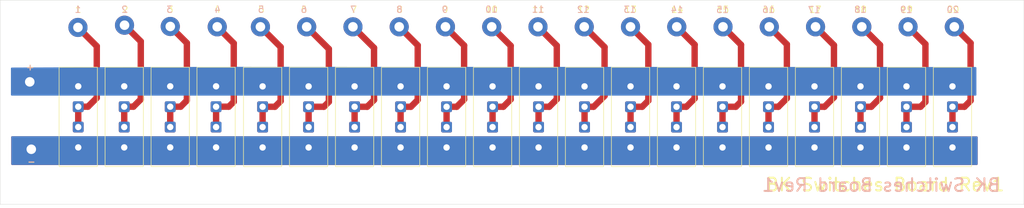
<source format=kicad_pcb>
(kicad_pcb (version 20241229) (generator "pcbnew") (generator_version "9.0")
  (layers (0 "F.Cu" signal) (2 "B.Cu" signal) (13 "F.Paste" user) (15 "B.Paste" user) (5 "F.SilkS" user "F.Silkscreen") (7 "B.SilkS" user "B.Silkscreen") (1 "F.Mask" user) (3 "B.Mask" user) (25 "Edge.Cuts" user))
  (net 0 "")
  (net 1 "GND")
  (net 2 "+VIN")
  (net 3 "Net-(J8-Pin_1)")
  (net 4 "Net-(J3-Pin_1)")
  (net 5 "Net-(J4-Pin_1)")
  (net 6 "Net-(J5-Pin_1)")
  (net 7 "Net-(J6-Pin_1)")
  (net 8 "Net-(J7-Pin_1)")
  (net 9 "Net-(J9-Pin_1)")
  (net 10 "Net-(J10-Pin_1)")
  (net 11 "Net-(J11-Pin_1)")
  (net 12 "Net-(J12-Pin_1)")
  (net 13 "Net-(J13-Pin_1)")
  (net 14 "Net-(J14-Pin_1)")
  (net 15 "Net-(J15-Pin_1)")
  (net 16 "Net-(J16-Pin_1)")
  (net 17 "Net-(J17-Pin_1)")
  (net 18 "Net-(J18-Pin_1)")
  (net 19 "Net-(J19-Pin_1)")
  (net 20 "Net-(J20-Pin_1)")
  (net 21 "Net-(J21-Pin_1)")
  (net 22 "Net-(J22-Pin_1)")
  (footprint "MountingHole:MountingHole_3.2mm_M3_DIN965" (layer "F.Cu") (at 51.75 101.25)
    (property "Reference" "H2" (hide yes))
    (property "Value" "MountingHole" (hide yes))
    (pad "" np_thru_hole circle (at 0 0) (size 3.2 3.2) (drill 3.2) (layers "*.Cu" "*.Mask"))
  )
  (footprint "My_Footprints:Simple_hole_pad_3x1.5" (layer "F.Cu") (at 131.392 87.33 -90)
    (property "Reference" "J12" (hide yes))
    (property "Value" "Conn_01x01" (hide yes))
    (pad "1" thru_hole circle (at 0 0 270) (size 3 3) (drill 1.5) (layers "*.Cu" "*.Mask") (net 12 "Net-(J12-Pin_1)"))
  )
  (footprint "My_Footprints:Simple_hole_pad_3x1.5" (layer "F.Cu") (at 109.636 87.33 -90)
    (property "Reference" "J15" (hide yes))
    (property "Value" "Conn_01x01" (hide yes))
    (pad "1" thru_hole circle (at 0 0 270) (size 3 3) (drill 1.5) (layers "*.Cu" "*.Mask") (net 15 "Net-(J15-Pin_1)"))
  )
  (footprint "My_Footprints:Simple_hole_pad_3x1.5" (layer "F.Cu") (at 124.14 87.33 -90)
    (property "Reference" "J13" (hide yes))
    (property "Value" "Conn_01x01" (hide yes))
    (pad "1" thru_hole circle (at 0 0 270) (size 3 3) (drill 1.5) (layers "*.Cu" "*.Mask") (net 13 "Net-(J13-Pin_1)"))
  )
  (footprint "My_Footprints:Simple_hole_pad_3x1.5" (layer "F.Cu") (at 138.644 87.33 -90)
    (property "Reference" "J11" (hide yes))
    (property "Value" "Conn_01x01" (hide yes))
    (pad "1" thru_hole circle (at 0 0 270) (size 3 3) (drill 1.5) (layers "*.Cu" "*.Mask") (net 11 "Net-(J11-Pin_1)"))
  )
  (footprint "My_Footprints:Simple_hole_pad_3x1.5" (layer "F.Cu") (at 145.896 87.33 -90)
    (property "Reference" "J10" (hide yes))
    (property "Value" "Conn_01x01" (hide yes))
    (pad "1" thru_hole circle (at 0 0 270) (size 3 3) (drill 1.5) (layers "*.Cu" "*.Mask") (net 10 "Net-(J10-Pin_1)"))
  )
  (footprint "My_Footprints:Simple_hole_pad_3x1.5" (layer "F.Cu") (at 95.132 87.33 -90)
    (property "Reference" "J17" (hide yes))
    (property "Value" "Conn_01x01" (hide yes))
    (pad "1" thru_hole circle (at 0 0 270) (size 3 3) (drill 1.5) (layers "*.Cu" "*.Mask") (net 17 "Net-(J17-Pin_1)"))
  )
  (footprint "My_Footprints:Simple_hole_pad_3x1.5" (layer "F.Cu") (at 59.275 87.425 -90)
    (property "Reference" "J22" (hide yes))
    (property "Value" "Conn_01x01" (hide yes))
    (pad "1" thru_hole circle (at 0 0 270) (size 3 3) (drill 1.5) (layers "*.Cu" "*.Mask") (net 22 "Net-(J22-Pin_1)"))
  )
  (footprint "My_Footprints:SLW-156646-5A-N-D" (layer "F.Cu") (at 167.530972 101.49 -90)
    (property "Reference" "SW5" (hide yes))
    (property "Value" "~")
    (fp_rect (start -7.8 -3) (end 7.8 3) (stroke (width 0.1)) (fill no) (layer "F.SilkS"))
    (pad "1" thru_hole roundrect (at -4.8 0 270) (size 1.7 1.7) (drill 1) (layers "*.Cu" "*.Mask") (roundrect_rratio 0.147059) (net 2 "+VIN"))
    (pad "2" thru_hole roundrect (at -1.6 0 270) (size 1.7 1.7) (drill 1) (layers "*.Cu" "*.Mask") (roundrect_rratio 0.147059) (net 8 "Net-(J7-Pin_1)"))
    (pad "3" thru_hole roundrect (at 1.6 0 270) (size 1.7 1.7) (drill 1) (layers "*.Cu" "*.Mask") (roundrect_rratio 0.147059) (net 8 "Net-(J7-Pin_1)"))
    (pad "4" thru_hole roundrect (at 4.8 0 270) (size 1.7 1.7) (drill 1) (layers "*.Cu" "*.Mask") (roundrect_rratio 0.147059) (net 1 "GND"))
  )
  (footprint "My_Footprints:SLW-156646-5A-N-D" (layer "F.Cu") (at 160.321215 101.49 -90)
    (property "Reference" "SW6" (hide yes))
    (property "Value" "~")
    (fp_rect (start -7.8 -3) (end 7.8 3) (stroke (width 0.1)) (fill no) (layer "F.SilkS"))
    (pad "1" thru_hole roundrect (at -4.8 0 270) (size 1.7 1.7) (drill 1) (layers "*.Cu" "*.Mask") (roundrect_rratio 0.147059) (net 2 "+VIN"))
    (pad "2" thru_hole roundrect (at -1.6 0 270) (size 1.7 1.7) (drill 1) (layers "*.Cu" "*.Mask") (roundrect_rratio 0.147059) (net 3 "Net-(J8-Pin_1)"))
    (pad "3" thru_hole roundrect (at 1.6 0 270) (size 1.7 1.7) (drill 1) (layers "*.Cu" "*.Mask") (roundrect_rratio 0.147059) (net 3 "Net-(J8-Pin_1)"))
    (pad "4" thru_hole roundrect (at 4.8 0 270) (size 1.7 1.7) (drill 1) (layers "*.Cu" "*.Mask") (roundrect_rratio 0.147059) (net 1 "GND"))
  )
  (footprint "My_Footprints:SLW-156646-5A-N-D" (layer "F.Cu") (at 117.062672 101.49 -90)
    (property "Reference" "SW12" (hide yes))
    (property "Value" "~")
    (fp_rect (start -7.8 -3) (end 7.8 3) (stroke (width 0.1)) (fill no) (layer "F.SilkS"))
    (pad "1" thru_hole roundrect (at -4.8 0 270) (size 1.7 1.7) (drill 1) (layers "*.Cu" "*.Mask") (roundrect_rratio 0.147059) (net 2 "+VIN"))
    (pad "2" thru_hole roundrect (at -1.6 0 270) (size 1.7 1.7) (drill 1) (layers "*.Cu" "*.Mask") (roundrect_rratio 0.147059) (net 14 "Net-(J14-Pin_1)"))
    (pad "3" thru_hole roundrect (at 1.6 0 270) (size 1.7 1.7) (drill 1) (layers "*.Cu" "*.Mask") (roundrect_rratio 0.147059) (net 14 "Net-(J14-Pin_1)"))
    (pad "4" thru_hole roundrect (at 4.8 0 270) (size 1.7 1.7) (drill 1) (layers "*.Cu" "*.Mask") (roundrect_rratio 0.147059) (net 1 "GND"))
  )
  (footprint "My_Footprints:SLW-156646-5A-N-D" (layer "F.Cu") (at 102.643158 101.49 -90)
    (property "Reference" "SW14" (hide yes))
    (property "Value" "~")
    (fp_rect (start -7.8 -3) (end 7.8 3) (stroke (width 0.1)) (fill no) (layer "F.SilkS"))
    (pad "1" thru_hole roundrect (at -4.8 0 270) (size 1.7 1.7) (drill 1) (layers "*.Cu" "*.Mask") (roundrect_rratio 0.147059) (net 2 "+VIN"))
    (pad "2" thru_hole roundrect (at -1.6 0 270) (size 1.7 1.7) (drill 1) (layers "*.Cu" "*.Mask") (roundrect_rratio 0.147059) (net 16 "Net-(J16-Pin_1)"))
    (pad "3" thru_hole roundrect (at 1.6 0 270) (size 1.7 1.7) (drill 1) (layers "*.Cu" "*.Mask") (roundrect_rratio 0.147059) (net 16 "Net-(J16-Pin_1)"))
    (pad "4" thru_hole roundrect (at 4.8 0 270) (size 1.7 1.7) (drill 1) (layers "*.Cu" "*.Mask") (roundrect_rratio 0.147059) (net 1 "GND"))
  )
  (footprint "My_Footprints:SLW-156646-5A-N-D" (layer "F.Cu") (at 88.223644 101.49 -90)
    (property "Reference" "SW16" (hide yes))
    (property "Value" "~")
    (fp_rect (start -7.8 -3) (end 7.8 3) (stroke (width 0.1)) (fill no) (layer "F.SilkS"))
    (pad "1" thru_hole roundrect (at -4.8 0 270) (size 1.7 1.7) (drill 1) (layers "*.Cu" "*.Mask") (roundrect_rratio 0.147059) (net 2 "+VIN"))
    (pad "2" thru_hole roundrect (at -1.6 0 270) (size 1.7 1.7) (drill 1) (layers "*.Cu" "*.Mask") (roundrect_rratio 0.147059) (net 18 "Net-(J18-Pin_1)"))
    (pad "3" thru_hole roundrect (at 1.6 0 270) (size 1.7 1.7) (drill 1) (layers "*.Cu" "*.Mask") (roundrect_rratio 0.147059) (net 18 "Net-(J18-Pin_1)"))
    (pad "4" thru_hole roundrect (at 4.8 0 270) (size 1.7 1.7) (drill 1) (layers "*.Cu" "*.Mask") (roundrect_rratio 0.147059) (net 1 "GND"))
  )
  (footprint "My_Footprints:SLW-156646-5A-N-D" (layer "F.Cu") (at 196.37 101.49 -90)
    (property "Reference" "SW1" (hide yes))
    (property "Value" "~")
    (fp_rect (start -7.8 -3) (end 7.8 3) (stroke (width 0.1)) (fill no) (layer "F.SilkS"))
    (pad "1" thru_hole roundrect (at -4.8 0 270) (size 1.7 1.7) (drill 1) (layers "*.Cu" "*.Mask") (roundrect_rratio 0.147059) (net 2 "+VIN"))
    (pad "2" thru_hole roundrect (at -1.6 0 270) (size 1.7 1.7) (drill 1) (layers "*.Cu" "*.Mask") (roundrect_rratio 0.147059) (net 4 "Net-(J3-Pin_1)"))
    (pad "3" thru_hole roundrect (at 1.6 0 270) (size 1.7 1.7) (drill 1) (layers "*.Cu" "*.Mask") (roundrect_rratio 0.147059) (net 4 "Net-(J3-Pin_1)"))
    (pad "4" thru_hole roundrect (at 4.8 0 270) (size 1.7 1.7) (drill 1) (layers "*.Cu" "*.Mask") (roundrect_rratio 0.147059) (net 1 "GND"))
  )
  (footprint "My_Footprints:Simple_hole_pad_3x1.5" (layer "F.Cu") (at 51.72 95.98)
    (property "Reference" "J1" (hide yes))
    (property "Value" "Conn_01x01")
    (pad "1" thru_hole circle (at 0 0) (size 3 3) (drill 1.5) (layers "*.Cu" "*.Mask") (net 2 "+VIN"))
  )
  (footprint "My_Footprints:Simple_hole_pad_3x1.5" (layer "F.Cu") (at 116.888 87.33 -90)
    (property "Reference" "J14" (hide yes))
    (property "Value" "Conn_01x01" (hide yes))
    (pad "1" thru_hole circle (at 0 0 270) (size 3 3) (drill 1.5) (layers "*.Cu" "*.Mask") (net 14 "Net-(J14-Pin_1)"))
  )
  (footprint "My_Footprints:Simple_hole_pad_3x1.5" (layer "F.Cu") (at 182.156 87.33 -90)
    (property "Reference" "J5" (hide yes))
    (property "Value" "Conn_01x01" (hide yes))
    (pad "1" thru_hole circle (at 0 0 270) (size 3 3) (drill 1.5) (layers "*.Cu" "*.Mask") (net 6 "Net-(J5-Pin_1)"))
  )
  (footprint "My_Footprints:Simple_hole_pad_3x1.5" (layer "F.Cu") (at 167.652 87.33 -90)
    (property "Reference" "J7" (hide yes))
    (property "Value" "Conn_01x01" (hide yes))
    (pad "1" thru_hole circle (at 0 0 270) (size 3 3) (drill 1.5) (layers "*.Cu" "*.Mask") (net 8 "Net-(J7-Pin_1)"))
  )
  (footprint "My_Footprints:SLW-156646-5A-N-D" (layer "F.Cu") (at 174.740729 101.49 -90)
    (property "Reference" "SW4" (hide yes))
    (property "Value" "~")
    (fp_rect (start -7.8 -3) (end 7.8 3) (stroke (width 0.1)) (fill no) (layer "F.SilkS"))
    (pad "1" thru_hole roundrect (at -4.8 0 270) (size 1.7 1.7) (drill 1) (layers "*.Cu" "*.Mask") (roundrect_rratio 0.147059) (net 2 "+VIN"))
    (pad "2" thru_hole roundrect (at -1.6 0 270) (size 1.7 1.7) (drill 1) (layers "*.Cu" "*.Mask") (roundrect_rratio 0.147059) (net 7 "Net-(J6-Pin_1)"))
    (pad "3" thru_hole roundrect (at 1.6 0 270) (size 1.7 1.7) (drill 1) (layers "*.Cu" "*.Mask") (roundrect_rratio 0.147059) (net 7 "Net-(J6-Pin_1)"))
    (pad "4" thru_hole roundrect (at 4.8 0 270) (size 1.7 1.7) (drill 1) (layers "*.Cu" "*.Mask") (roundrect_rratio 0.147059) (net 1 "GND"))
  )
  (footprint "My_Footprints:SLW-156646-5A-N-D" (layer "F.Cu") (at 145.901701 101.49 -90)
    (property "Reference" "SW8" (hide yes))
    (property "Value" "~")
    (fp_rect (start -7.8 -3) (end 7.8 3) (stroke (width 0.1)) (fill no) (layer "F.SilkS"))
    (pad "1" thru_hole roundrect (at -4.8 0 270) (size 1.7 1.7) (drill 1) (layers "*.Cu" "*.Mask") (roundrect_rratio 0.147059) (net 2 "+VIN"))
    (pad "2" thru_hole roundrect (at -1.6 0 270) (size 1.7 1.7) (drill 1) (layers "*.Cu" "*.Mask") (roundrect_rratio 0.147059) (net 10 "Net-(J10-Pin_1)"))
    (pad "3" thru_hole roundrect (at 1.6 0 270) (size 1.7 1.7) (drill 1) (layers "*.Cu" "*.Mask") (roundrect_rratio 0.147059) (net 10 "Net-(J10-Pin_1)"))
    (pad "4" thru_hole roundrect (at 4.8 0 270) (size 1.7 1.7) (drill 1) (layers "*.Cu" "*.Mask") (roundrect_rratio 0.147059) (net 1 "GND"))
  )
  (footprint "My_Footprints:Simple_hole_pad_3x1.5" (layer "F.Cu") (at 87.88 87.33 -90)
    (property "Reference" "J18" (hide yes))
    (property "Value" "Conn_01x01" (hide yes))
    (pad "1" thru_hole circle (at 0 0 270) (size 3 3) (drill 1.5) (layers "*.Cu" "*.Mask") (net 18 "Net-(J18-Pin_1)"))
  )
  (footprint "My_Footprints:SLW-156646-5A-N-D" (layer "F.Cu") (at 189.160243 101.49 -90)
    (property "Reference" "SW2" (hide yes))
    (property "Value" "~")
    (fp_rect (start -7.8 -3) (end 7.8 3) (stroke (width 0.1)) (fill no) (layer "F.SilkS"))
    (pad "1" thru_hole roundrect (at -4.8 0 270) (size 1.7 1.7) (drill 1) (layers "*.Cu" "*.Mask") (roundrect_rratio 0.147059) (net 2 "+VIN"))
    (pad "2" thru_hole roundrect (at -1.6 0 270) (size 1.7 1.7) (drill 1) (layers "*.Cu" "*.Mask") (roundrect_rratio 0.147059) (net 5 "Net-(J4-Pin_1)"))
    (pad "3" thru_hole roundrect (at 1.6 0 270) (size 1.7 1.7) (drill 1) (layers "*.Cu" "*.Mask") (roundrect_rratio 0.147059) (net 5 "Net-(J4-Pin_1)"))
    (pad "4" thru_hole roundrect (at 4.8 0 270) (size 1.7 1.7) (drill 1) (layers "*.Cu" "*.Mask") (roundrect_rratio 0.147059) (net 1 "GND"))
  )
  (footprint "My_Footprints:Simple_hole_pad_3x1.5" (layer "F.Cu") (at 73.75 87.275 -90)
    (property "Reference" "J20" (hide yes))
    (property "Value" "Conn_01x01" (hide yes))
    (pad "1" thru_hole circle (at 0 0 270) (size 3 3) (drill 1.5) (layers "*.Cu" "*.Mask") (net 20 "Net-(J20-Pin_1)"))
  )
  (footprint "My_Footprints:SLW-156646-5A-N-D" (layer "F.Cu") (at 131.482186 101.49 -90)
    (property "Reference" "SW10" (hide yes))
    (property "Value" "~")
    (fp_rect (start -7.8 -3) (end 7.8 3) (stroke (width 0.1)) (fill no) (layer "F.SilkS"))
    (pad "1" thru_hole roundrect (at -4.8 0 270) (size 1.7 1.7) (drill 1) (layers "*.Cu" "*.Mask") (roundrect_rratio 0.147059) (net 2 "+VIN"))
    (pad "2" thru_hole roundrect (at -1.6 0 270) (size 1.7 1.7) (drill 1) (layers "*.Cu" "*.Mask") (roundrect_rratio 0.147059) (net 12 "Net-(J12-Pin_1)"))
    (pad "3" thru_hole roundrect (at 1.6 0 270) (size 1.7 1.7) (drill 1) (layers "*.Cu" "*.Mask") (roundrect_rratio 0.147059) (net 12 "Net-(J12-Pin_1)"))
    (pad "4" thru_hole roundrect (at 4.8 0 270) (size 1.7 1.7) (drill 1) (layers "*.Cu" "*.Mask") (roundrect_rratio 0.147059) (net 1 "GND"))
  )
  (footprint "My_Footprints:Simple_hole_pad_3x1.5" (layer "F.Cu") (at 174.904 87.33 -90)
    (property "Reference" "J6" (hide yes))
    (property "Value" "Conn_01x01" (hide yes))
    (pad "1" thru_hole circle (at 0 0 270) (size 3 3) (drill 1.5) (layers "*.Cu" "*.Mask") (net 7 "Net-(J6-Pin_1)"))
  )
  (footprint "My_Footprints:Simple_hole_pad_3x1.5" (layer "F.Cu") (at 51.96 106.57)
    (property "Reference" "J2" (hide yes))
    (property "Value" "Conn_01x01")
    (pad "1" thru_hole circle (at 0 0) (size 3 3) (drill 1.5) (layers "*.Cu" "*.Mask") (net 1 "GND"))
  )
  (footprint "My_Footprints:SLW-156646-5A-N-D" (layer "F.Cu") (at 124.272429 101.49 -90)
    (property "Reference" "SW11" (hide yes))
    (property "Value" "~")
    (fp_rect (start -7.8 -3) (end 7.8 3) (stroke (width 0.1)) (fill no) (layer "F.SilkS"))
    (pad "1" thru_hole roundrect (at -4.8 0 270) (size 1.7 1.7) (drill 1) (layers "*.Cu" "*.Mask") (roundrect_rratio 0.147059) (net 2 "+VIN"))
    (pad "2" thru_hole roundrect (at -1.6 0 270) (size 1.7 1.7) (drill 1) (layers "*.Cu" "*.Mask") (roundrect_rratio 0.147059) (net 13 "Net-(J13-Pin_1)"))
    (pad "3" thru_hole roundrect (at 1.6 0 270) (size 1.7 1.7) (drill 1) (layers "*.Cu" "*.Mask") (roundrect_rratio 0.147059) (net 13 "Net-(J13-Pin_1)"))
    (pad "4" thru_hole roundrect (at 4.8 0 270) (size 1.7 1.7) (drill 1) (layers "*.Cu" "*.Mask") (roundrect_rratio 0.147059) (net 1 "GND"))
  )
  (footprint "My_Footprints:SLW-156646-5A-N-D" (layer "F.Cu") (at 181.950486 101.49 -90)
    (property "Reference" "SW3" (hide yes))
    (property "Value" "~")
    (fp_rect (start -7.8 -3) (end 7.8 3) (stroke (width 0.1)) (fill no) (layer "F.SilkS"))
    (pad "1" thru_hole roundrect (at -4.8 0 270) (size 1.7 1.7) (drill 1) (layers "*.Cu" "*.Mask") (roundrect_rratio 0.147059) (net 2 "+VIN"))
    (pad "2" thru_hole roundrect (at -1.6 0 270) (size 1.7 1.7) (drill 1) (layers "*.Cu" "*.Mask") (roundrect_rratio 0.147059) (net 6 "Net-(J5-Pin_1)"))
    (pad "3" thru_hole roundrect (at 1.6 0 270) (size 1.7 1.7) (drill 1) (layers "*.Cu" "*.Mask") (roundrect_rratio 0.147059) (net 6 "Net-(J5-Pin_1)"))
    (pad "4" thru_hole roundrect (at 4.8 0 270) (size 1.7 1.7) (drill 1) (layers "*.Cu" "*.Mask") (roundrect_rratio 0.147059) (net 1 "GND"))
  )
  (footprint "My_Footprints:Simple_hole_pad_3x1.5" (layer "F.Cu") (at 66.575 87.075 -90)
    (property "Reference" "J21" (hide yes))
    (property "Value" "Conn_01x01" (hide yes))
    (pad "1" thru_hole circle (at 0 0 270) (size 3 3) (drill 1.5) (layers "*.Cu" "*.Mask") (net 21 "Net-(J21-Pin_1)"))
  )
  (footprint "My_Footprints:SLW-156646-5A-N-D" (layer "F.Cu") (at 109.852915 101.49 -90)
    (property "Reference" "SW13" (hide yes))
    (property "Value" "~")
    (fp_rect (start -7.8 -3) (end 7.8 3) (stroke (width 0.1)) (fill no) (layer "F.SilkS"))
    (pad "1" thru_hole roundrect (at -4.8 0 270) (size 1.7 1.7) (drill 1) (layers "*.Cu" "*.Mask") (roundrect_rratio 0.147059) (net 2 "+VIN"))
    (pad "2" thru_hole roundrect (at -1.6 0 270) (size 1.7 1.7) (drill 1) (layers "*.Cu" "*.Mask") (roundrect_rratio 0.147059) (net 15 "Net-(J15-Pin_1)"))
    (pad "3" thru_hole roundrect (at 1.6 0 270) (size 1.7 1.7) (drill 1) (layers "*.Cu" "*.Mask") (roundrect_rratio 0.147059) (net 15 "Net-(J15-Pin_1)"))
    (pad "4" thru_hole roundrect (at 4.8 0 270) (size 1.7 1.7) (drill 1) (layers "*.Cu" "*.Mask") (roundrect_rratio 0.147059) (net 1 "GND"))
  )
  (footprint "My_Footprints:SLW-156646-5A-N-D" (layer "F.Cu") (at 153.111458 101.49 -90)
    (property "Reference" "SW7" (hide yes))
    (property "Value" "~")
    (fp_rect (start -7.8 -3) (end 7.8 3) (stroke (width 0.1)) (fill no) (layer "F.SilkS"))
    (pad "1" thru_hole roundrect (at -4.8 0 270) (size 1.7 1.7) (drill 1) (layers "*.Cu" "*.Mask") (roundrect_rratio 0.147059) (net 2 "+VIN"))
    (pad "2" thru_hole roundrect (at -1.6 0 270) (size 1.7 1.7) (drill 1) (layers "*.Cu" "*.Mask") (roundrect_rratio 0.147059) (net 9 "Net-(J9-Pin_1)"))
    (pad "3" thru_hole roundrect (at 1.6 0 270) (size 1.7 1.7) (drill 1) (layers "*.Cu" "*.Mask") (roundrect_rratio 0.147059) (net 9 "Net-(J9-Pin_1)"))
    (pad "4" thru_hole roundrect (at 4.8 0 270) (size 1.7 1.7) (drill 1) (layers "*.Cu" "*.Mask") (roundrect_rratio 0.147059) (net 1 "GND"))
  )
  (footprint "My_Footprints:Simple_hole_pad_3x1.5" (layer "F.Cu") (at 81.11 87.33 -90)
    (property "Reference" "J19" (hide yes))
    (property "Value" "Conn_01x01" (hide yes))
    (pad "1" thru_hole circle (at 0 0 270) (size 3 3) (drill 1.5) (layers "*.Cu" "*.Mask") (net 19 "Net-(J19-Pin_1)"))
  )
  (footprint "My_Footprints:Simple_hole_pad_3x1.5" (layer "F.Cu") (at 153.148 87.33 -90)
    (property "Reference" "J9" (hide yes))
    (property "Value" "Conn_01x01" (hide yes))
    (pad "1" thru_hole circle (at 0 0 270) (size 3 3) (drill 1.5) (layers "*.Cu" "*.Mask") (net 9 "Net-(J9-Pin_1)"))
  )
  (footprint "My_Footprints:SLW-156646-5A-N-D" (layer "F.Cu") (at 66.53 101.48 -90)
    (property "Reference" "SW19" (hide yes))
    (property "Value" "~" (hide yes))
    (fp_rect (start -7.8 -3) (end 7.8 3) (stroke (width 0.1)) (fill no) (layer "F.SilkS"))
    (pad "1" thru_hole roundrect (at -4.8 0 270) (size 1.7 1.7) (drill 1) (layers "*.Cu" "*.Mask") (roundrect_rratio 0.147059) (net 2 "+VIN"))
    (pad "2" thru_hole roundrect (at -1.6 0 270) (size 1.7 1.7) (drill 1) (layers "*.Cu" "*.Mask") (roundrect_rratio 0.147059) (net 21 "Net-(J21-Pin_1)"))
    (pad "3" thru_hole roundrect (at 1.6 0 270) (size 1.7 1.7) (drill 1) (layers "*.Cu" "*.Mask") (roundrect_rratio 0.147059) (net 21 "Net-(J21-Pin_1)"))
    (pad "4" thru_hole roundrect (at 4.8 0 270) (size 1.7 1.7) (drill 1) (layers "*.Cu" "*.Mask") (roundrect_rratio 0.147059) (net 1 "GND"))
  )
  (footprint "My_Footprints:SLW-156646-5A-N-D" (layer "F.Cu") (at 73.74 101.48 -90)
    (property "Reference" "SW18" (hide yes))
    (property "Value" "~" (hide yes))
    (fp_rect (start -7.8 -3) (end 7.8 3) (stroke (width 0.1)) (fill no) (layer "F.SilkS"))
    (pad "1" thru_hole roundrect (at -4.8 0 270) (size 1.7 1.7) (drill 1) (layers "*.Cu" "*.Mask") (roundrect_rratio 0.147059) (net 2 "+VIN"))
    (pad "2" thru_hole roundrect (at -1.6 0 270) (size 1.7 1.7) (drill 1) (layers "*.Cu" "*.Mask") (roundrect_rratio 0.147059) (net 20 "Net-(J20-Pin_1)"))
    (pad "3" thru_hole roundrect (at 1.6 0 270) (size 1.7 1.7) (drill 1) (layers "*.Cu" "*.Mask") (roundrect_rratio 0.147059) (net 20 "Net-(J20-Pin_1)"))
    (pad "4" thru_hole roundrect (at 4.8 0 270) (size 1.7 1.7) (drill 1) (layers "*.Cu" "*.Mask") (roundrect_rratio 0.147059) (net 1 "GND"))
  )
  (footprint "My_Footprints:Simple_hole_pad_3x1.5" (layer "F.Cu") (at 160.4 87.33 -90)
    (property "Reference" "J8" (hide yes))
    (property "Value" "Conn_01x01" (hide yes))
    (pad "1" thru_hole circle (at 0 0 270) (size 3 3) (drill 1.5) (layers "*.Cu" "*.Mask") (net 3 "Net-(J8-Pin_1)"))
  )
  (footprint "My_Footprints:Simple_hole_pad_3x1.5" (layer "F.Cu") (at 102.384 87.33 -90)
    (property "Reference" "J16" (hide yes))
    (property "Value" "Conn_01x01" (hide yes))
    (pad "1" thru_hole circle (at 0 0 270) (size 3 3) (drill 1.5) (layers "*.Cu" "*.Mask") (net 16 "Net-(J16-Pin_1)"))
  )
  (footprint "My_Footprints:SLW-156646-5A-N-D" (layer "F.Cu") (at 95.433401 101.49 -90)
    (property "Reference" "SW15" (hide yes))
    (property "Value" "~")
    (fp_rect (start -7.8 -3) (end 7.8 3) (stroke (width 0.1)) (fill no) (layer "F.SilkS"))
    (pad "1" thru_hole roundrect (at -4.8 0 270) (size 1.7 1.7) (drill 1) (layers "*.Cu" "*.Mask") (roundrect_rratio 0.147059) (net 2 "+VIN"))
    (pad "2" thru_hole roundrect (at -1.6 0 270) (size 1.7 1.7) (drill 1) (layers "*.Cu" "*.Mask") (roundrect_rratio 0.147059) (net 17 "Net-(J17-Pin_1)"))
    (pad "3" thru_hole roundrect (at 1.6 0 270) (size 1.7 1.7) (drill 1) (layers "*.Cu" "*.Mask") (roundrect_rratio 0.147059) (net 17 "Net-(J17-Pin_1)"))
    (pad "4" thru_hole roundrect (at 4.8 0 270) (size 1.7 1.7) (drill 1) (layers "*.Cu" "*.Mask") (roundrect_rratio 0.147059) (net 1 "GND"))
  )
  (footprint "My_Footprints:SLW-156646-5A-N-D" (layer "F.Cu") (at 80.93 101.48 -90)
    (property "Reference" "SW17" (hide yes))
    (property "Value" "~" (hide yes))
    (fp_rect (start -7.8 -3) (end 7.8 3) (stroke (width 0.1)) (fill no) (layer "F.SilkS"))
    (pad "1" thru_hole roundrect (at -4.8 0 270) (size 1.7 1.7) (drill 1) (layers "*.Cu" "*.Mask") (roundrect_rratio 0.147059) (net 2 "+VIN"))
    (pad "2" thru_hole roundrect (at -1.6 0 270) (size 1.7 1.7) (drill 1) (layers "*.Cu" "*.Mask") (roundrect_rratio 0.147059) (net 19 "Net-(J19-Pin_1)"))
    (pad "3" thru_hole roundrect (at 1.6 0 270) (size 1.7 1.7) (drill 1) (layers "*.Cu" "*.Mask") (roundrect_rratio 0.147059) (net 19 "Net-(J19-Pin_1)"))
    (pad "4" thru_hole roundrect (at 4.8 0 270) (size 1.7 1.7) (drill 1) (layers "*.Cu" "*.Mask") (roundrect_rratio 0.147059) (net 1 "GND"))
  )
  (footprint "My_Footprints:SLW-156646-5A-N-D" (layer "F.Cu") (at 59.32 101.48 -90)
    (property "Reference" "SW20" (hide yes))
    (property "Value" "~" (hide yes))
    (fp_rect (start -7.8 -3) (end 7.8 3) (stroke (width 0.1)) (fill no) (layer "F.SilkS"))
    (pad "1" thru_hole roundrect (at -4.8 0 270) (size 1.7 1.7) (drill 1) (layers "*.Cu" "*.Mask") (roundrect_rratio 0.147059) (net 2 "+VIN"))
    (pad "2" thru_hole roundrect (at -1.6 0 270) (size 1.7 1.7) (drill 1) (layers "*.Cu" "*.Mask") (roundrect_rratio 0.147059) (net 22 "Net-(J22-Pin_1)"))
    (pad "3" thru_hole roundrect (at 1.6 0 270) (size 1.7 1.7) (drill 1) (layers "*.Cu" "*.Mask") (roundrect_rratio 0.147059) (net 22 "Net-(J22-Pin_1)"))
    (pad "4" thru_hole roundrect (at 4.8 0 270) (size 1.7 1.7) (drill 1) (layers "*.Cu" "*.Mask") (roundrect_rratio 0.147059) (net 1 "GND"))
  )
  (footprint "My_Footprints:Simple_hole_pad_3x1.5" (layer "F.Cu") (at 196.66 87.33)
    (property "Reference" "J3" (hide yes))
    (property "Value" "Conn_01x01" (hide yes))
    (pad "1" thru_hole circle (at 0 0) (size 3 3) (drill 1.5) (layers "*.Cu" "*.Mask") (net 4 "Net-(J3-Pin_1)"))
  )
  (footprint "MountingHole:MountingHole_3.2mm_M3_DIN965" (layer "F.Cu") (at 203.75 101)
    (property "Reference" "H1" (hide yes))
    (property "Value" "MountingHole" (hide yes))
    (pad "" np_thru_hole circle (at 0 0) (size 3.2 3.2) (drill 3.2) (layers "*.Cu" "*.Mask"))
  )
  (footprint "My_Footprints:SLW-156646-5A-N-D" (layer "F.Cu") (at 138.691943 101.49 -90)
    (property "Reference" "SW9" (hide yes))
    (property "Value" "~")
    (fp_rect (start -7.8 -3) (end 7.8 3) (stroke (width 0.1)) (fill no) (layer "F.SilkS"))
    (pad "1" thru_hole roundrect (at -4.8 0 270) (size 1.7 1.7) (drill 1) (layers "*.Cu" "*.Mask") (roundrect_rratio 0.147059) (net 2 "+VIN"))
    (pad "2" thru_hole roundrect (at -1.6 0 270) (size 1.7 1.7) (drill 1) (layers "*.Cu" "*.Mask") (roundrect_rratio 0.147059) (net 11 "Net-(J11-Pin_1)"))
    (pad "3" thru_hole roundrect (at 1.6 0 270) (size 1.7 1.7) (drill 1) (layers "*.Cu" "*.Mask") (roundrect_rratio 0.147059) (net 11 "Net-(J11-Pin_1)"))
    (pad "4" thru_hole roundrect (at 4.8 0 270) (size 1.7 1.7) (drill 1) (layers "*.Cu" "*.Mask") (roundrect_rratio 0.147059) (net 1 "GND"))
  )
  (footprint "My_Footprints:Simple_hole_pad_3x1.5" (layer "F.Cu") (at 189.408 87.33)
    (property "Reference" "J4" (hide yes))
    (property "Value" "Conn_01x01" (hide yes))
    (pad "1" thru_hole circle (at 0 0) (size 3 3) (drill 1.5) (layers "*.Cu" "*.Mask") (net 5 "Net-(J4-Pin_1)"))
  )
  (gr_rect (start 47.08 83.14) (end 207.57 115.23) (stroke (width 0.05)) (fill no) (layer "Edge.Cuts"))
  (gr_text "11" (at 130.4 85.175 0) (layer "F.SilkS") (effects (font (size 1 1)) (justify left bottom)))
  (gr_text "6" (at 94.15 85.2 0) (layer "F.SilkS") (effects (font (size 1 1)) (justify left bottom)))
  (gr_text "5" (at 87.45 85.2 0) (layer "F.SilkS") (effects (font (size 1 1)) (justify left bottom)))
  (gr_text "17" (at 173.8 85.2 0) (layer "F.SilkS") (effects (font (size 1 1)) (justify left bottom)))
  (gr_text "18" (at 180.925 85.2 0) (layer "F.SilkS") (effects (font (size 1 1)) (justify left bottom)))
  (gr_text "8" (at 109.15 85.2 0) (layer "F.SilkS") (effects (font (size 1 1)) (justify left bottom)))
  (gr_text "15" (at 159.325 85.2 0) (layer "F.SilkS") (effects (font (size 1 1)) (justify left bottom)))
  (gr_text "14" (at 152.175 85.2 0) (layer "F.SilkS") (effects (font (size 1 1)) (justify left bottom)))
  (gr_text "2" (at 66.1 85.2 0) (layer "F.SilkS") (effects (font (size 1 1)) (justify left bottom)))
  (gr_text "3" (at 73.175 85.2 0) (layer "F.SilkS") (effects (font (size 1 1)) (justify left bottom)))
  (gr_text "+" (at 51.79 93.66 0) (layer "F.SilkS") (effects (font (size 1 1))))
  (gr_text "12" (at 137.5 85.2 0) (layer "F.SilkS") (effects (font (size 1 1)) (justify left bottom)))
  (gr_text "BK Switches Board Rev1" (at 166.95 113.3 0) (layer "F.SilkS") (effects (font (size 2 2) (thickness 0.3)) (justify left bottom)))
  (gr_text "1" (at 58.75 85.2 0) (layer "F.SilkS") (effects (font (size 1 1)) (justify left bottom)))
  (gr_text "13" (at 144.85 85.2 0) (layer "F.SilkS") (effects (font (size 1 1)) (justify left bottom)))
  (gr_text "19" (at 188.15 85.2 0) (layer "F.SilkS") (effects (font (size 1 1)) (justify left bottom)))
  (gr_text "16" (at 166.55 85.2 0) (layer "F.SilkS") (effects (font (size 1 1)) (justify left bottom)))
  (gr_text "10" (at 123.075 85.175 0) (layer "F.SilkS") (effects (font (size 1 1)) (justify left bottom)))
  (gr_text "7" (at 101.95 85.2 0) (layer "F.SilkS") (effects (font (size 1 1)) (justify left bottom)))
  (gr_text "9" (at 116.275 85.2 0) (layer "F.SilkS") (effects (font (size 1 1)) (justify left bottom)))
  (gr_text "4" (at 80.575 85.2 0) (layer "F.SilkS") (effects (font (size 1 1)) (justify left bottom)))
  (gr_text "-" (at 51.98 108.53 0) (layer "F.SilkS") (effects (font (size 1 1))))
  (gr_text "20" (at 195.425 85.2 0) (layer "F.SilkS") (effects (font (size 1 1)) (justify left bottom)))
  (gr_text "1" (at 59.825 85.2 0) (layer "B.SilkS") (effects (font (size 1 1)) (justify left bottom mirror)))
  (gr_text "17" (at 175.73 85.25 0) (layer "B.SilkS") (effects (font (size 1 1)) (justify left bottom mirror)))
  (gr_text "4" (at 81.72 85.21 0) (layer "B.SilkS") (effects (font (size 1 1)) (justify left bottom mirror)))
  (gr_text "7" (at 103.02 85.2 0) (layer "B.SilkS") (effects (font (size 1 1)) (justify left bottom mirror)))
  (gr_text "9" (at 117.36 85.21 0) (layer "B.SilkS") (effects (font (size 1 1)) (justify left bottom mirror)))
  (gr_text "6" (at 95.27 85.21 0) (layer "B.SilkS") (effects (font (size 1 1)) (justify left bottom mirror)))
  (gr_text "3" (at 74.21 85.19 0) (layer "B.SilkS") (effects (font (size 1 1)) (justify left bottom mirror)))
  (gr_text "2" (at 67.15 85.2 0) (layer "B.SilkS") (effects (font (size 1 1)) (justify left bottom mirror)))
  (gr_text "5" (at 88.55 85.18 0) (layer "B.SilkS") (effects (font (size 1 1)) (justify left bottom mirror)))
  (gr_text "+" (at 51.78 93.67 0) (layer "B.SilkS") (effects (font (size 1 1)) (justify mirror)))
  (gr_text "15" (at 161.36 85.23 0) (layer "B.SilkS") (effects (font (size 1 1)) (justify left bottom mirror)))
  (gr_text "BK Switches Board Rev1" (at 204.05 113.375 0) (layer "B.SilkS") (effects (font (size 2 2) (thickness 0.3)) (justify left bottom mirror)))
  (gr_text "19" (at 190.17 85.23 0) (layer "B.SilkS") (effects (font (size 1 1)) (justify left bottom mirror)))
  (gr_text "14" (at 154.23 85.22 0) (layer "B.SilkS") (effects (font (size 1 1)) (justify left bottom mirror)))
  (gr_text "20" (at 197.47 85.22 0) (layer "B.SilkS") (effects (font (size 1 1)) (justify left bottom mirror)))
  (gr_text "13" (at 146.83 85.2 0) (layer "B.SilkS") (effects (font (size 1 1)) (justify left bottom mirror)))
  (gr_text "8" (at 110.24 85.2 0) (layer "B.SilkS") (effects (font (size 1 1)) (justify left bottom mirror)))
  (gr_text "16" (at 168.57 85.22 0) (layer "B.SilkS") (effects (font (size 1 1)) (justify left bottom mirror)))
  (gr_text "18" (at 182.98 85.2 0) (layer "B.SilkS") (effects (font (size 1 1)) (justify left bottom mirror)))
  (gr_text "12" (at 139.52 85.2 0) (layer "B.SilkS") (effects (font (size 1 1)) (justify left bottom mirror)))
  (gr_text "11" (at 132.44 85.18 0) (layer "B.SilkS") (effects (font (size 1 1)) (justify left bottom mirror)))
  (gr_text "-" (at 51.97 108.49 0) (layer "B.SilkS") (effects (font (size 1 1)) (justify mirror)))
  (gr_text "10" (at 125.15 85.17 0) (layer "B.SilkS") (effects (font (size 1 1)) (justify left bottom mirror)))
  (segment (start 160.321215 99.89) (end 162.41 99.89) (width 1) (layer "F.Cu") (net 3))
  (segment (start 160.321215 103.09) (end 160.321215 99.89) (width 1) (layer "F.Cu") (net 3))
  (segment (start 163.22 90.15) (end 160.4 87.33) (width 1) (layer "F.Cu") (net 3))
  (segment (start 163.22 99.08) (end 163.22 90.15) (width 1) (layer "F.Cu") (net 3))
  (segment (start 162.41 99.89) (end 163.22 99.08) (width 1) (layer "F.Cu") (net 3))
  (segment (start 196.37 99.89) (end 198.25 99.89) (width 1) (layer "F.Cu") (net 4))
  (segment (start 199.21 89.88) (end 196.66 87.33) (width 1) (layer "F.Cu") (net 4))
  (segment (start 198.25 99.89) (end 199.21 98.93) (width 1) (layer "F.Cu") (net 4))
  (segment (start 199.21 98.93) (end 199.21 89.88) (width 1) (layer "F.Cu") (net 4))
  (segment (start 196.37 103.09) (end 196.37 99.89) (width 1) (layer "F.Cu") (net 4))
  (segment (start 192.13 90.052) (end 189.408 87.33) (width 1) (layer "F.Cu") (net 5))
  (segment (start 191.36 99.89) (end 192.13 99.12) (width 1) (layer "F.Cu") (net 5))
  (segment (start 189.160243 103.09) (end 189.160243 99.89) (width 1) (layer "F.Cu") (net 5))
  (segment (start 192.13 99.12) (end 192.13 90.052) (width 1) (layer "F.Cu") (net 5))
  (segment (start 189.160243 99.89) (end 191.36 99.89) (width 1) (layer "F.Cu") (net 5))
  (segment (start 185.01 98.52) (end 185.01 90.184) (width 1) (layer "F.Cu") (net 6))
  (segment (start 181.950486 99.89) (end 183.64 99.89) (width 1) (layer "F.Cu") (net 6))
  (segment (start 183.64 99.89) (end 185.01 98.52) (width 1) (layer "F.Cu") (net 6))
  (segment (start 185.01 90.184) (end 182.156 87.33) (width 1) (layer "F.Cu") (net 6))
  (segment (start 181.950486 103.09) (end 181.950486 99.89) (width 1) (layer "F.Cu") (net 6))
  (segment (start 174.740729 103.09) (end 174.740729 99.89) (width 1) (layer "F.Cu") (net 7))
  (segment (start 176.31 99.89) (end 177.79 98.41) (width 1) (layer "F.Cu") (net 7))
  (segment (start 177.79 98.41) (end 177.79 90.216) (width 1) (layer "F.Cu") (net 7))
  (segment (start 177.79 90.216) (end 174.904 87.33) (width 1) (layer "F.Cu") (net 7))
  (segment (start 174.740729 99.89) (end 176.31 99.89) (width 1) (layer "F.Cu") (net 7))
  (segment (start 169.08 99.89) (end 170.41 98.56) (width 1) (layer "F.Cu") (net 8))
  (segment (start 167.530972 99.89) (end 169.08 99.89) (width 1) (layer "F.Cu") (net 8))
  (segment (start 170.41 98.56) (end 170.41 90.088) (width 1) (layer "F.Cu") (net 8))
  (segment (start 167.530972 103.09) (end 167.530972 99.89) (width 1) (layer "F.Cu") (net 8))
  (segment (start 170.41 90.088) (end 167.652 87.33) (width 1) (layer "F.Cu") (net 8))
  (segment (start 155.95 98.59) (end 155.95 90.132) (width 1) (layer "F.Cu") (net 9))
  (segment (start 153.111458 99.89) (end 154.65 99.89) (width 1) (layer "F.Cu") (net 9))
  (segment (start 154.65 99.89) (end 155.95 98.59) (width 1) (layer "F.Cu") (net 9))
  (segment (start 153.111458 103.09) (end 153.111458 99.89) (width 1) (layer "F.Cu") (net 9))
  (segment (start 155.95 90.132) (end 153.148 87.33) (width 1) (layer "F.Cu") (net 9))
  (segment (start 148.69 98.93) (end 148.69 90.124) (width 1) (layer "F.Cu") (net 10))
  (segment (start 147.73 99.89) (end 148.69 98.93) (width 1) (layer "F.Cu") (net 10))
  (segment (start 145.901701 103.09) (end 145.901701 99.89) (width 1) (layer "F.Cu") (net 10))
  (segment (start 145.901701 99.89) (end 147.73 99.89) (width 1) (layer "F.Cu") (net 10))
  (segment (start 148.69 90.124) (end 145.896 87.33) (width 1) (layer "F.Cu") (net 10))
  (segment (start 138.691943 99.89) (end 140.12 99.89) (width 1) (layer "F.Cu") (net 11))
  (segment (start 140.12 99.89) (end 141.83 98.18) (width 1) (layer "F.Cu") (net 11))
  (segment (start 141.83 98.18) (end 141.83 90.516) (width 1) (layer "F.Cu") (net 11))
  (segment (start 141.83 90.516) (end 138.644 87.33) (width 1) (layer "F.Cu") (net 11))
  (segment (start 138.691943 103.09) (end 138.691943 99.89) (width 1) (layer "F.Cu") (net 11))
  (segment (start 131.482186 103.09) (end 131.482186 99.89) (width 1) (layer "F.Cu") (net 12))
  (segment (start 133.16 99.89) (end 134.34 98.71) (width 1) (layer "F.Cu") (net 12))
  (segment (start 134.34 90.278) (end 131.392 87.33) (width 1) (layer "F.Cu") (net 12))
  (segment (start 131.482186 99.89) (end 133.16 99.89) (width 1) (layer "F.Cu") (net 12))
  (segment (start 134.34 98.71) (end 134.34 90.278) (width 1) (layer "F.Cu") (net 12))
  (segment (start 127.11 90.3) (end 124.14 87.33) (width 1) (layer "F.Cu") (net 13))
  (segment (start 124.272429 103.09) (end 124.272429 99.89) (width 1) (layer "F.Cu") (net 13))
  (segment (start 124.272429 99.89) (end 125.96 99.89) (width 1) (layer "F.Cu") (net 13))
  (segment (start 127.11 98.74) (end 127.11 90.3) (width 1) (layer "F.Cu") (net 13))
  (segment (start 125.96 99.89) (end 127.11 98.74) (width 1) (layer "F.Cu") (net 13))
  (segment (start 119.81 90.252) (end 116.888 87.33) (width 1) (layer "F.Cu") (net 14))
  (segment (start 119.81 98.74) (end 119.81 90.252) (width 1) (layer "F.Cu") (net 14))
  (segment (start 117.062672 99.89) (end 118.66 99.89) (width 1) (layer "F.Cu") (net 14))
  (segment (start 117.062672 103.09) (end 117.062672 99.89) (width 1) (layer "F.Cu") (net 14))
  (segment (start 118.66 99.89) (end 119.81 98.74) (width 1) (layer "F.Cu") (net 14))
  (segment (start 109.852915 99.89) (end 111.47 99.89) (width 1) (layer "F.Cu") (net 15))
  (segment (start 112.54 90.234) (end 109.636 87.33) (width 1) (layer "F.Cu") (net 15))
  (segment (start 109.852915 103.09) (end 109.852915 99.89) (width 1) (layer "F.Cu") (net 15))
  (segment (start 112.54 98.82) (end 112.54 90.234) (width 1) (layer "F.Cu") (net 15))
  (segment (start 111.47 99.89) (end 112.54 98.82) (width 1) (layer "F.Cu") (net 15))
  (segment (start 105.69 98.82) (end 105.69 90.636) (width 1) (layer "F.Cu") (net 16))
  (segment (start 102.643158 103.09) (end 102.643158 99.89) (width 1) (layer "F.Cu") (net 16))
  (segment (start 105.69 90.636) (end 102.384 87.33) (width 1) (layer "F.Cu") (net 16))
  (segment (start 104.62 99.89) (end 105.69 98.82) (width 1) (layer "F.Cu") (net 16))
  (segment (start 102.643158 99.89) (end 104.62 99.89) (width 1) (layer "F.Cu") (net 16))
  (segment (start 97.83 99.89) (end 95.433401 99.89) (width 1) (layer "F.Cu") (net 17))
  (segment (start 98.61 90.808) (end 98.61 99.11) (width 1) (layer "F.Cu") (net 17))
  (segment (start 95.132 87.33) (end 98.61 90.808) (width 1) (layer "F.Cu") (net 17))
  (segment (start 95.433401 103.09) (end 95.433401 99.89) (width 1) (layer "F.Cu") (net 17))
  (segment (start 98.61 99.11) (end 97.83 99.89) (width 1) (layer "F.Cu") (net 17))
  (segment (start 91.05 99) (end 91.05 90.5) (width 1) (layer "F.Cu") (net 18))
  (segment (start 91.05 90.5) (end 87.88 87.33) (width 1) (layer "F.Cu") (net 18))
  (segment (start 88.223644 99.89) (end 88.223644 103.09) (width 1) (layer "F.Cu") (net 18))
  (segment (start 88.223644 99.89) (end 90.16 99.89) (width 1) (layer "F.Cu") (net 18))
  (segment (start 90.16 99.89) (end 91.05 99) (width 1) (layer "F.Cu") (net 18))
  (segment (start 83.7 89.92) (end 81.11 87.33) (width 1) (layer "F.Cu") (net 19))
  (segment (start 82.92 99.88) (end 83.7 99.1) (width 1) (layer "F.Cu") (net 19))
  (segment (start 80.93 99.88) (end 82.92 99.88) (width 1) (layer "F.Cu") (net 19))
  (segment (start 83.7 99.1) (end 83.7 89.92) (width 1) (layer "F.Cu") (net 19))
  (segment (start 80.93 103.08) (end 80.93 99.88) (width 1) (layer "F.Cu") (net 19))
  (segment (start 73.74 99.88) (end 75.37 99.88) (width 1) (layer "F.Cu") (net 20))
  (segment (start 73.74 103.08) (end 73.74 99.88) (width 1) (layer "F.Cu") (net 20))
  (segment (start 75.37 99.88) (end 76.35 98.9) (width 1) (layer "F.Cu") (net 20))
  (segment (start 76.35 98.9) (end 76.35 89.875) (width 1) (layer "F.Cu") (net 20))
  (segment (start 76.35 89.875) (end 73.75 87.275) (width 1) (layer "F.Cu") (net 20))
  (segment (start 69.125 89.625) (end 66.575 87.075) (width 1) (layer "F.Cu") (net 21))
  (segment (start 66.53 99.88) (end 67.97 99.88) (width 1) (layer "F.Cu") (net 21))
  (segment (start 67.97 99.88) (end 69.125 98.725) (width 1) (layer "F.Cu") (net 21))
  (segment (start 69.125 98.725) (end 69.125 89.625) (width 1) (layer "F.Cu") (net 21))
  (segment (start 66.53 103.08) (end 66.53 99.88) (width 1) (layer "F.Cu") (net 21))
  (segment (start 59.32 99.88) (end 60.845 99.88) (width 1) (layer "F.Cu") (net 22))
  (segment (start 59.32 103.08) (end 59.32 99.88) (width 1) (layer "F.Cu") (net 22))
  (segment (start 60.845 99.88) (end 62.225 98.5) (width 1) (layer "F.Cu") (net 22))
  (segment (start 62.225 90.375) (end 59.275 87.425) (width 1) (layer "F.Cu") (net 22))
  (segment (start 62.225 98.5) (end 62.225 90.375) (width 1) (layer "F.Cu") (net 22))
  (zone (net 1) (net_name "GND") (layers "F.Cu" "B.Cu") (connect_pads yes (clearance 0.5)) (min_thickness 0.25) (fill yes (thermal_gap 0.5) (thermal_bridge_width 0.5))
    (polygon (pts (xy 48.819696 104.523211) (xy 48.819696 109.038279) (xy 200.319696 109.038279) (xy 200.319696 104.548279)))
  )
  (zone (net 2) (net_name "+VIN") (layer "B.Cu") (connect_pads yes (clearance 0.5)) (min_thickness 0.25) (fill yes (thermal_gap 0.5) (thermal_bridge_width 0.5))
    (polygon (pts (xy 48.77 93.73194) (xy 48.77 98.14) (xy 200.12 98.14) (xy 200.12 93.65) (xy 85.23 93.61)))
  )
)
</source>
